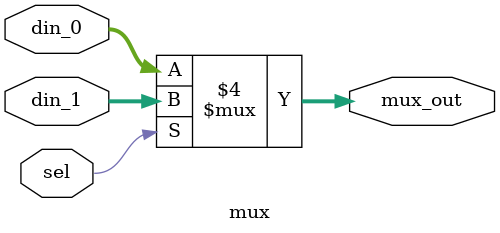
<source format=v>
module  mux(
din_0      , // Mux first input
din_1      , // Mux Second input
sel        , // Select input
mux_out      // Mux output
);
//-----------Input Ports---------------
input [31:0] din_0, din_1; 
input sel ;
//-----------Output Ports---------------
output [31:0] mux_out;
//------------Internal Variables--------
reg [31:0] mux_out;
//-------------Code Starts Here---------
always @ (sel or din_0 or din_1)
begin : MUX
  if (sel == 1'b0) begin
      mux_out = din_0;
  end else begin
      mux_out = din_1 ;
  end
end

endmodule //End Of Module mux
</source>
